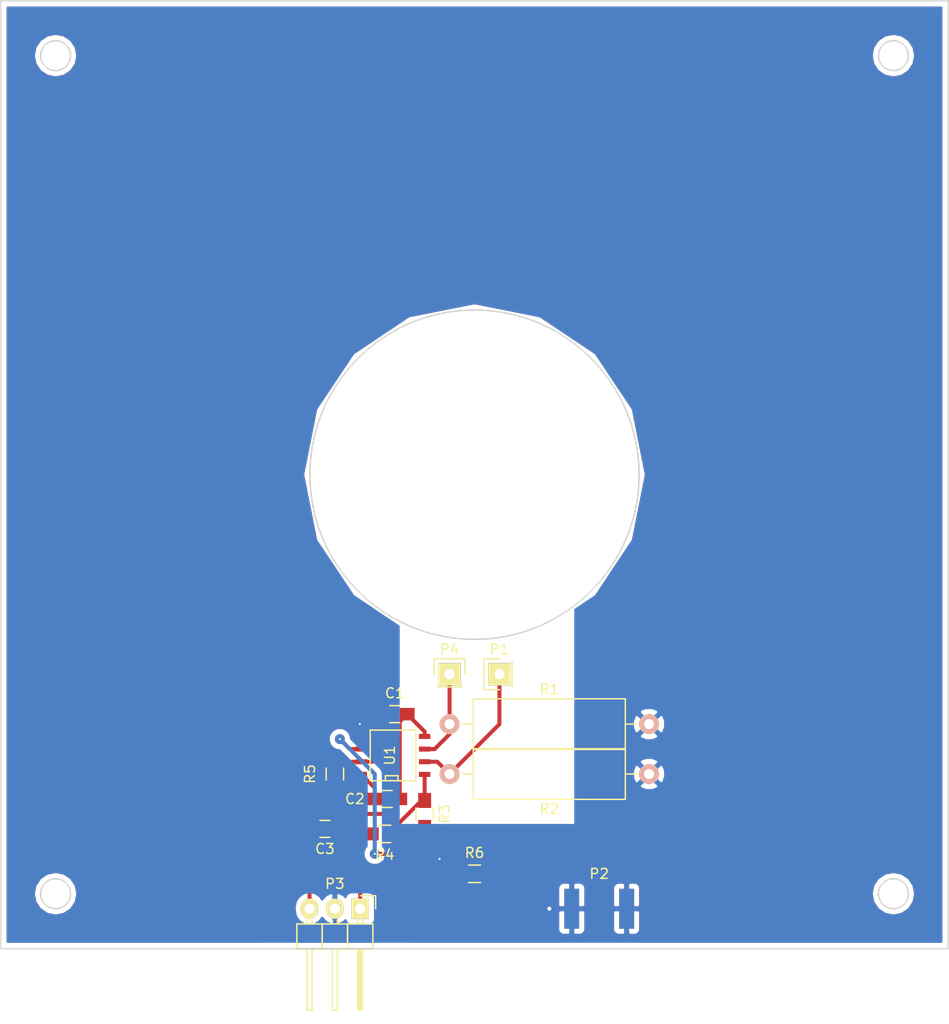
<source format=kicad_pcb>
(kicad_pcb (version 4) (host pcbnew 4.0.2-stable)

  (general
    (links 27)
    (no_connects 0)
    (area 52.424999 52.424999 147.575001 147.575001)
    (thickness 1.6)
    (drawings 13)
    (tracks 61)
    (zones 0)
    (modules 14)
    (nets 10)
  )

  (page A4)
  (layers
    (0 F.Cu signal)
    (31 B.Cu signal)
    (32 B.Adhes user)
    (33 F.Adhes user)
    (34 B.Paste user)
    (35 F.Paste user)
    (36 B.SilkS user)
    (37 F.SilkS user)
    (38 B.Mask user)
    (39 F.Mask user)
    (40 Dwgs.User user)
    (41 Cmts.User user)
    (42 Eco1.User user)
    (43 Eco2.User user)
    (44 Edge.Cuts user)
    (45 Margin user)
    (46 B.CrtYd user)
    (47 F.CrtYd user)
    (48 B.Fab user hide)
    (49 F.Fab user hide)
  )

  (setup
    (last_trace_width 0.25)
    (user_trace_width 0.25)
    (user_trace_width 0.4)
    (user_trace_width 0.5)
    (user_trace_width 0.75)
    (user_trace_width 1)
    (trace_clearance 0.4)
    (zone_clearance 0.508)
    (zone_45_only no)
    (trace_min 0.2)
    (segment_width 0.2)
    (edge_width 0.15)
    (via_size 1)
    (via_drill 0.2)
    (via_min_size 1)
    (via_min_drill 0.2)
    (uvia_size 0.3)
    (uvia_drill 0.1)
    (uvias_allowed no)
    (uvia_min_size 0.2)
    (uvia_min_drill 0.1)
    (pcb_text_width 0.3)
    (pcb_text_size 1.5 1.5)
    (mod_edge_width 0.15)
    (mod_text_size 1 1)
    (mod_text_width 0.15)
    (pad_size 1.524 1.524)
    (pad_drill 0.762)
    (pad_to_mask_clearance 0.2)
    (aux_axis_origin 0 0)
    (grid_origin 100 130)
    (visible_elements FFFFFF7F)
    (pcbplotparams
      (layerselection 0x00030_80000001)
      (usegerberextensions false)
      (excludeedgelayer true)
      (linewidth 0.100000)
      (plotframeref false)
      (viasonmask false)
      (mode 1)
      (useauxorigin false)
      (hpglpennumber 1)
      (hpglpenspeed 20)
      (hpglpendiameter 15)
      (hpglpenoverlay 2)
      (psnegative false)
      (psa4output false)
      (plotreference true)
      (plotvalue true)
      (plotinvisibletext false)
      (padsonsilk false)
      (subtractmaskfromsilk false)
      (outputformat 1)
      (mirror false)
      (drillshape 1)
      (scaleselection 1)
      (outputdirectory ""))
  )

  (net 0 "")
  (net 1 VDD)
  (net 2 VSS)
  (net 3 "Net-(C2-Pad1)")
  (net 4 "Net-(P1-Pad1)")
  (net 5 "Net-(P2-Pad1)")
  (net 6 GND)
  (net 7 "Net-(R3-Pad2)")
  (net 8 "Net-(P4-Pad1)")
  (net 9 "Net-(R4-Pad2)")

  (net_class Default "This is the default net class."
    (clearance 0.4)
    (trace_width 0.25)
    (via_dia 1)
    (via_drill 0.2)
    (uvia_dia 0.3)
    (uvia_drill 0.1)
    (add_net GND)
    (add_net "Net-(C2-Pad1)")
    (add_net "Net-(P1-Pad1)")
    (add_net "Net-(P2-Pad1)")
    (add_net "Net-(P4-Pad1)")
    (add_net "Net-(R3-Pad2)")
    (add_net "Net-(R4-Pad2)")
    (add_net VDD)
    (add_net VSS)
  )

  (module SCUBE:SMA-edge (layer F.Cu) (tedit 573F116B) (tstamp 573F14F6)
    (at 112.5 145.5 180)
    (path /573F0C4B)
    (fp_text reference P2 (at 0 5.5 180) (layer F.SilkS)
      (effects (font (size 1 1) (thickness 0.15)))
    )
    (fp_text value SMA (at 0 -10.5 180) (layer F.Fab)
      (effects (font (size 1 1) (thickness 0.15)))
    )
    (fp_line (start 2.75 -9.5) (end 2.75 -1.75) (layer F.CrtYd) (width 0.15))
    (fp_line (start -2.75 -9.5) (end 2.75 -9.5) (layer F.CrtYd) (width 0.15))
    (fp_line (start -2.75 -1.75) (end -2.75 -9.5) (layer F.CrtYd) (width 0.15))
    (fp_line (start -3 0) (end 3 0) (layer F.CrtYd) (width 0.15))
    (fp_line (start -3 -1.75) (end -3 0) (layer F.CrtYd) (width 0.15))
    (fp_line (start 3 -1.75) (end -3 -1.75) (layer F.CrtYd) (width 0.15))
    (fp_line (start 3 0) (end 3 -1.75) (layer F.CrtYd) (width 0.15))
    (fp_line (start 3 3.75) (end 3 0) (layer F.CrtYd) (width 0.15))
    (fp_line (start 2.5 3.75) (end 3 3.75) (layer F.CrtYd) (width 0.15))
    (fp_line (start 2.5 0) (end 2.5 3.75) (layer F.CrtYd) (width 0.15))
    (fp_line (start 0.25 0) (end 2.5 0) (layer F.CrtYd) (width 0.15))
    (fp_line (start 0.25 3.75) (end 0.25 0) (layer F.CrtYd) (width 0.15))
    (fp_line (start -0.25 3.75) (end 0.25 3.75) (layer F.CrtYd) (width 0.15))
    (fp_line (start -0.25 0) (end -0.25 3.75) (layer F.CrtYd) (width 0.15))
    (fp_line (start -2.5 0) (end -0.25 0) (layer F.CrtYd) (width 0.15))
    (fp_line (start -2.5 3.75) (end -2.5 0) (layer F.CrtYd) (width 0.15))
    (fp_line (start -3 3.75) (end -2.5 3.75) (layer F.CrtYd) (width 0.15))
    (fp_line (start -3 0) (end -3 3.75) (layer F.CrtYd) (width 0.15))
    (pad 1 smd rect (at 0 2 180) (size 1.4 4) (layers F.Cu F.Paste F.Mask)
      (net 5 "Net-(P2-Pad1)"))
    (pad 2 smd rect (at 2.75 2 180) (size 1.5 4) (layers F.Cu F.Paste F.Mask)
      (net 6 GND))
    (pad 2 smd rect (at -2.75 2 180) (size 1.5 4) (layers F.Cu F.Paste F.Mask)
      (net 6 GND))
    (pad 2 smd rect (at -2.75 2 180) (size 1.5 4) (layers B.Cu F.Paste F.Mask)
      (net 6 GND))
    (pad 2 smd rect (at 2.75 2 180) (size 1.5 4) (layers B.Cu F.Paste F.Mask)
      (net 6 GND))
  )

  (module Capacitors_SMD:C_0805_HandSoldering (layer F.Cu) (tedit 541A9B8D) (tstamp 573F14DB)
    (at 92 124)
    (descr "Capacitor SMD 0805, hand soldering")
    (tags "capacitor 0805")
    (path /573F072B)
    (attr smd)
    (fp_text reference C1 (at 0 -2.1) (layer F.SilkS)
      (effects (font (size 1 1) (thickness 0.15)))
    )
    (fp_text value 100n (at 0 2.1) (layer F.Fab)
      (effects (font (size 1 1) (thickness 0.15)))
    )
    (fp_line (start -2.3 -1) (end 2.3 -1) (layer F.CrtYd) (width 0.05))
    (fp_line (start -2.3 1) (end 2.3 1) (layer F.CrtYd) (width 0.05))
    (fp_line (start -2.3 -1) (end -2.3 1) (layer F.CrtYd) (width 0.05))
    (fp_line (start 2.3 -1) (end 2.3 1) (layer F.CrtYd) (width 0.05))
    (fp_line (start 0.5 -0.85) (end -0.5 -0.85) (layer F.SilkS) (width 0.15))
    (fp_line (start -0.5 0.85) (end 0.5 0.85) (layer F.SilkS) (width 0.15))
    (pad 1 smd rect (at -1.25 0) (size 1.5 1.25) (layers F.Cu F.Paste F.Mask)
      (net 1 VDD))
    (pad 2 smd rect (at 1.25 0) (size 1.5 1.25) (layers F.Cu F.Paste F.Mask)
      (net 2 VSS))
    (model Capacitors_SMD.3dshapes/C_0805_HandSoldering.wrl
      (at (xyz 0 0 0))
      (scale (xyz 1 1 1))
      (rotate (xyz 0 0 0))
    )
  )

  (module Capacitors_SMD:C_0805_HandSoldering (layer F.Cu) (tedit 541A9B8D) (tstamp 573F14E1)
    (at 91.25 132.5)
    (descr "Capacitor SMD 0805, hand soldering")
    (tags "capacitor 0805")
    (path /573F0589)
    (attr smd)
    (fp_text reference C2 (at -3.25 0) (layer F.SilkS)
      (effects (font (size 1 1) (thickness 0.15)))
    )
    (fp_text value 100n (at 0 2.1) (layer F.Fab)
      (effects (font (size 1 1) (thickness 0.15)))
    )
    (fp_line (start -2.3 -1) (end 2.3 -1) (layer F.CrtYd) (width 0.05))
    (fp_line (start -2.3 1) (end 2.3 1) (layer F.CrtYd) (width 0.05))
    (fp_line (start -2.3 -1) (end -2.3 1) (layer F.CrtYd) (width 0.05))
    (fp_line (start 2.3 -1) (end 2.3 1) (layer F.CrtYd) (width 0.05))
    (fp_line (start 0.5 -0.85) (end -0.5 -0.85) (layer F.SilkS) (width 0.15))
    (fp_line (start -0.5 0.85) (end 0.5 0.85) (layer F.SilkS) (width 0.15))
    (pad 1 smd rect (at -1.25 0) (size 1.5 1.25) (layers F.Cu F.Paste F.Mask)
      (net 3 "Net-(C2-Pad1)"))
    (pad 2 smd rect (at 1.25 0) (size 1.5 1.25) (layers F.Cu F.Paste F.Mask)
      (net 2 VSS))
    (model Capacitors_SMD.3dshapes/C_0805_HandSoldering.wrl
      (at (xyz 0 0 0))
      (scale (xyz 1 1 1))
      (rotate (xyz 0 0 0))
    )
  )

  (module Capacitors_SMD:C_0805_HandSoldering (layer F.Cu) (tedit 541A9B8D) (tstamp 573F14E7)
    (at 85 135.5)
    (descr "Capacitor SMD 0805, hand soldering")
    (tags "capacitor 0805")
    (path /573F14C7)
    (attr smd)
    (fp_text reference C3 (at 0 2) (layer F.SilkS)
      (effects (font (size 1 1) (thickness 0.15)))
    )
    (fp_text value 1u (at 0 2.1) (layer F.Fab)
      (effects (font (size 1 1) (thickness 0.15)))
    )
    (fp_line (start -2.3 -1) (end 2.3 -1) (layer F.CrtYd) (width 0.05))
    (fp_line (start -2.3 1) (end 2.3 1) (layer F.CrtYd) (width 0.05))
    (fp_line (start -2.3 -1) (end -2.3 1) (layer F.CrtYd) (width 0.05))
    (fp_line (start 2.3 -1) (end 2.3 1) (layer F.CrtYd) (width 0.05))
    (fp_line (start 0.5 -0.85) (end -0.5 -0.85) (layer F.SilkS) (width 0.15))
    (fp_line (start -0.5 0.85) (end 0.5 0.85) (layer F.SilkS) (width 0.15))
    (pad 1 smd rect (at -1.25 0) (size 1.5 1.25) (layers F.Cu F.Paste F.Mask)
      (net 1 VDD))
    (pad 2 smd rect (at 1.25 0) (size 1.5 1.25) (layers F.Cu F.Paste F.Mask)
      (net 2 VSS))
    (model Capacitors_SMD.3dshapes/C_0805_HandSoldering.wrl
      (at (xyz 0 0 0))
      (scale (xyz 1 1 1))
      (rotate (xyz 0 0 0))
    )
  )

  (module Pin_Headers:Pin_Header_Angled_1x03 (layer F.Cu) (tedit 0) (tstamp 573F14FD)
    (at 88.54 143.5 270)
    (descr "Through hole pin header")
    (tags "pin header")
    (path /573F0CDE)
    (fp_text reference P3 (at -2.5 2.54 360) (layer F.SilkS)
      (effects (font (size 1 1) (thickness 0.15)))
    )
    (fp_text value CONN_01X03 (at 0 -3.1 270) (layer F.Fab)
      (effects (font (size 1 1) (thickness 0.15)))
    )
    (fp_line (start -1.5 -1.75) (end -1.5 6.85) (layer F.CrtYd) (width 0.05))
    (fp_line (start 10.65 -1.75) (end 10.65 6.85) (layer F.CrtYd) (width 0.05))
    (fp_line (start -1.5 -1.75) (end 10.65 -1.75) (layer F.CrtYd) (width 0.05))
    (fp_line (start -1.5 6.85) (end 10.65 6.85) (layer F.CrtYd) (width 0.05))
    (fp_line (start -1.3 -1.55) (end -1.3 0) (layer F.SilkS) (width 0.15))
    (fp_line (start 0 -1.55) (end -1.3 -1.55) (layer F.SilkS) (width 0.15))
    (fp_line (start 4.191 -0.127) (end 10.033 -0.127) (layer F.SilkS) (width 0.15))
    (fp_line (start 10.033 -0.127) (end 10.033 0.127) (layer F.SilkS) (width 0.15))
    (fp_line (start 10.033 0.127) (end 4.191 0.127) (layer F.SilkS) (width 0.15))
    (fp_line (start 4.191 0.127) (end 4.191 0) (layer F.SilkS) (width 0.15))
    (fp_line (start 4.191 0) (end 10.033 0) (layer F.SilkS) (width 0.15))
    (fp_line (start 1.524 -0.254) (end 1.143 -0.254) (layer F.SilkS) (width 0.15))
    (fp_line (start 1.524 0.254) (end 1.143 0.254) (layer F.SilkS) (width 0.15))
    (fp_line (start 1.524 2.286) (end 1.143 2.286) (layer F.SilkS) (width 0.15))
    (fp_line (start 1.524 2.794) (end 1.143 2.794) (layer F.SilkS) (width 0.15))
    (fp_line (start 1.524 4.826) (end 1.143 4.826) (layer F.SilkS) (width 0.15))
    (fp_line (start 1.524 5.334) (end 1.143 5.334) (layer F.SilkS) (width 0.15))
    (fp_line (start 4.064 1.27) (end 4.064 -1.27) (layer F.SilkS) (width 0.15))
    (fp_line (start 10.16 0.254) (end 4.064 0.254) (layer F.SilkS) (width 0.15))
    (fp_line (start 10.16 -0.254) (end 10.16 0.254) (layer F.SilkS) (width 0.15))
    (fp_line (start 4.064 -0.254) (end 10.16 -0.254) (layer F.SilkS) (width 0.15))
    (fp_line (start 1.524 1.27) (end 4.064 1.27) (layer F.SilkS) (width 0.15))
    (fp_line (start 1.524 -1.27) (end 1.524 1.27) (layer F.SilkS) (width 0.15))
    (fp_line (start 1.524 -1.27) (end 4.064 -1.27) (layer F.SilkS) (width 0.15))
    (fp_line (start 1.524 3.81) (end 4.064 3.81) (layer F.SilkS) (width 0.15))
    (fp_line (start 1.524 3.81) (end 1.524 6.35) (layer F.SilkS) (width 0.15))
    (fp_line (start 4.064 4.826) (end 10.16 4.826) (layer F.SilkS) (width 0.15))
    (fp_line (start 10.16 4.826) (end 10.16 5.334) (layer F.SilkS) (width 0.15))
    (fp_line (start 10.16 5.334) (end 4.064 5.334) (layer F.SilkS) (width 0.15))
    (fp_line (start 4.064 6.35) (end 4.064 3.81) (layer F.SilkS) (width 0.15))
    (fp_line (start 4.064 3.81) (end 4.064 1.27) (layer F.SilkS) (width 0.15))
    (fp_line (start 10.16 2.794) (end 4.064 2.794) (layer F.SilkS) (width 0.15))
    (fp_line (start 10.16 2.286) (end 10.16 2.794) (layer F.SilkS) (width 0.15))
    (fp_line (start 4.064 2.286) (end 10.16 2.286) (layer F.SilkS) (width 0.15))
    (fp_line (start 1.524 3.81) (end 4.064 3.81) (layer F.SilkS) (width 0.15))
    (fp_line (start 1.524 1.27) (end 1.524 3.81) (layer F.SilkS) (width 0.15))
    (fp_line (start 1.524 1.27) (end 4.064 1.27) (layer F.SilkS) (width 0.15))
    (fp_line (start 1.524 6.35) (end 4.064 6.35) (layer F.SilkS) (width 0.15))
    (pad 1 thru_hole rect (at 0 0 270) (size 2.032 1.7272) (drill 1.016) (layers *.Cu *.Mask F.SilkS)
      (net 2 VSS))
    (pad 2 thru_hole oval (at 0 2.54 270) (size 2.032 1.7272) (drill 1.016) (layers *.Cu *.Mask F.SilkS)
      (net 6 GND))
    (pad 3 thru_hole oval (at 0 5.08 270) (size 2.032 1.7272) (drill 1.016) (layers *.Cu *.Mask F.SilkS)
      (net 1 VDD))
    (model Pin_Headers.3dshapes/Pin_Header_Angled_1x03.wrl
      (at (xyz 0 -0.1 0))
      (scale (xyz 1 1 1))
      (rotate (xyz 0 0 90))
    )
  )

  (module Resistors_ThroughHole:Resistor_Horizontal_RM20mm (layer F.Cu) (tedit 569FCECB) (tstamp 573F1503)
    (at 117.5 125 180)
    (descr "Resistor, Axial, RM 20mm,")
    (tags "Resistor Axial RM 20mm")
    (path /573F02E7)
    (fp_text reference R1 (at 10 3.5 180) (layer F.SilkS)
      (effects (font (size 1 1) (thickness 0.15)))
    )
    (fp_text value 1M (at 10 5.00126 180) (layer F.Fab)
      (effects (font (size 1 1) (thickness 0.15)))
    )
    (fp_line (start -1.25 2.8) (end -1.25 -2.8) (layer F.CrtYd) (width 0.05))
    (fp_line (start -1.25 -2.8) (end 21.25 -2.8) (layer F.CrtYd) (width 0.05))
    (fp_line (start 21.25 -2.8) (end 21.25 2.8) (layer F.CrtYd) (width 0.05))
    (fp_line (start 21.25 2.8) (end -1.25 2.8) (layer F.CrtYd) (width 0.05))
    (fp_line (start 2.38 -2.54) (end 2.38 2.54) (layer F.SilkS) (width 0.15))
    (fp_line (start 2.38 2.54) (end 17.62 2.54) (layer F.SilkS) (width 0.15))
    (fp_line (start 17.62 2.54) (end 17.62 0) (layer F.SilkS) (width 0.15))
    (fp_line (start 17.62 0) (end 17.62 -2.54) (layer F.SilkS) (width 0.15))
    (fp_line (start 17.62 -2.54) (end 2.38 -2.54) (layer F.SilkS) (width 0.15))
    (fp_line (start 18.73 0) (end 17.62 0) (layer F.SilkS) (width 0.15))
    (fp_line (start 1.27 0) (end 2.38 0) (layer F.SilkS) (width 0.15))
    (pad 1 thru_hole circle (at 0 0 180) (size 1.99898 1.99898) (drill 1.00076) (layers *.Cu *.SilkS *.Mask)
      (net 6 GND))
    (pad 2 thru_hole circle (at 20 0 180) (size 1.99898 1.99898) (drill 1.00076) (layers *.Cu *.SilkS *.Mask)
      (net 8 "Net-(P4-Pad1)"))
    (model Resistors_ThroughHole.3dshapes/Resistor_Horizontal_RM20mm.wrl
      (at (xyz 0.395 0 0))
      (scale (xyz 0.395 0.4 0.4))
      (rotate (xyz 0 0 0))
    )
  )

  (module Resistors_ThroughHole:Resistor_Horizontal_RM20mm (layer F.Cu) (tedit 569FCECB) (tstamp 573F1509)
    (at 117.5 130 180)
    (descr "Resistor, Axial, RM 20mm,")
    (tags "Resistor Axial RM 20mm")
    (path /573F0365)
    (fp_text reference R2 (at 10 -3.5 180) (layer F.SilkS)
      (effects (font (size 1 1) (thickness 0.15)))
    )
    (fp_text value 1M (at 10 5.00126 180) (layer F.Fab)
      (effects (font (size 1 1) (thickness 0.15)))
    )
    (fp_line (start -1.25 2.8) (end -1.25 -2.8) (layer F.CrtYd) (width 0.05))
    (fp_line (start -1.25 -2.8) (end 21.25 -2.8) (layer F.CrtYd) (width 0.05))
    (fp_line (start 21.25 -2.8) (end 21.25 2.8) (layer F.CrtYd) (width 0.05))
    (fp_line (start 21.25 2.8) (end -1.25 2.8) (layer F.CrtYd) (width 0.05))
    (fp_line (start 2.38 -2.54) (end 2.38 2.54) (layer F.SilkS) (width 0.15))
    (fp_line (start 2.38 2.54) (end 17.62 2.54) (layer F.SilkS) (width 0.15))
    (fp_line (start 17.62 2.54) (end 17.62 0) (layer F.SilkS) (width 0.15))
    (fp_line (start 17.62 0) (end 17.62 -2.54) (layer F.SilkS) (width 0.15))
    (fp_line (start 17.62 -2.54) (end 2.38 -2.54) (layer F.SilkS) (width 0.15))
    (fp_line (start 18.73 0) (end 17.62 0) (layer F.SilkS) (width 0.15))
    (fp_line (start 1.27 0) (end 2.38 0) (layer F.SilkS) (width 0.15))
    (pad 1 thru_hole circle (at 0 0 180) (size 1.99898 1.99898) (drill 1.00076) (layers *.Cu *.SilkS *.Mask)
      (net 6 GND))
    (pad 2 thru_hole circle (at 20 0 180) (size 1.99898 1.99898) (drill 1.00076) (layers *.Cu *.SilkS *.Mask)
      (net 4 "Net-(P1-Pad1)"))
    (model Resistors_ThroughHole.3dshapes/Resistor_Horizontal_RM20mm.wrl
      (at (xyz 0.395 0 0))
      (scale (xyz 0.395 0.4 0.4))
      (rotate (xyz 0 0 0))
    )
  )

  (module Resistors_SMD:R_0805_HandSoldering (layer F.Cu) (tedit 54189DEE) (tstamp 573F150F)
    (at 95 134 90)
    (descr "Resistor SMD 0805, hand soldering")
    (tags "resistor 0805")
    (path /573F0A05)
    (attr smd)
    (fp_text reference R3 (at 0 2 90) (layer F.SilkS)
      (effects (font (size 1 1) (thickness 0.15)))
    )
    (fp_text value 1k (at 0 2.1 90) (layer F.Fab)
      (effects (font (size 1 1) (thickness 0.15)))
    )
    (fp_line (start -2.4 -1) (end 2.4 -1) (layer F.CrtYd) (width 0.05))
    (fp_line (start -2.4 1) (end 2.4 1) (layer F.CrtYd) (width 0.05))
    (fp_line (start -2.4 -1) (end -2.4 1) (layer F.CrtYd) (width 0.05))
    (fp_line (start 2.4 -1) (end 2.4 1) (layer F.CrtYd) (width 0.05))
    (fp_line (start 0.6 0.875) (end -0.6 0.875) (layer F.SilkS) (width 0.15))
    (fp_line (start -0.6 -0.875) (end 0.6 -0.875) (layer F.SilkS) (width 0.15))
    (pad 1 smd rect (at -1.35 0 90) (size 1.5 1.3) (layers F.Cu F.Paste F.Mask)
      (net 6 GND))
    (pad 2 smd rect (at 1.35 0 90) (size 1.5 1.3) (layers F.Cu F.Paste F.Mask)
      (net 7 "Net-(R3-Pad2)"))
    (model Resistors_SMD.3dshapes/R_0805_HandSoldering.wrl
      (at (xyz 0 0 0))
      (scale (xyz 1 1 1))
      (rotate (xyz 0 0 0))
    )
  )

  (module Resistors_SMD:R_0805_HandSoldering (layer F.Cu) (tedit 54189DEE) (tstamp 573F1515)
    (at 91 136 180)
    (descr "Resistor SMD 0805, hand soldering")
    (tags "resistor 0805")
    (path /573F0A79)
    (attr smd)
    (fp_text reference R4 (at 0 -2.1 180) (layer F.SilkS)
      (effects (font (size 1 1) (thickness 0.15)))
    )
    (fp_text value 100k (at 0 2.1 180) (layer F.Fab)
      (effects (font (size 1 1) (thickness 0.15)))
    )
    (fp_line (start -2.4 -1) (end 2.4 -1) (layer F.CrtYd) (width 0.05))
    (fp_line (start -2.4 1) (end 2.4 1) (layer F.CrtYd) (width 0.05))
    (fp_line (start -2.4 -1) (end -2.4 1) (layer F.CrtYd) (width 0.05))
    (fp_line (start 2.4 -1) (end 2.4 1) (layer F.CrtYd) (width 0.05))
    (fp_line (start 0.6 0.875) (end -0.6 0.875) (layer F.SilkS) (width 0.15))
    (fp_line (start -0.6 -0.875) (end 0.6 -0.875) (layer F.SilkS) (width 0.15))
    (pad 1 smd rect (at -1.35 0 180) (size 1.5 1.3) (layers F.Cu F.Paste F.Mask)
      (net 7 "Net-(R3-Pad2)"))
    (pad 2 smd rect (at 1.35 0 180) (size 1.5 1.3) (layers F.Cu F.Paste F.Mask)
      (net 9 "Net-(R4-Pad2)"))
    (model Resistors_SMD.3dshapes/R_0805_HandSoldering.wrl
      (at (xyz 0 0 0))
      (scale (xyz 1 1 1))
      (rotate (xyz 0 0 0))
    )
  )

  (module Resistors_SMD:R_0805_HandSoldering (layer F.Cu) (tedit 54189DEE) (tstamp 573F151B)
    (at 86 130 270)
    (descr "Resistor SMD 0805, hand soldering")
    (tags "resistor 0805")
    (path /573F0522)
    (attr smd)
    (fp_text reference R5 (at 0 2.5 270) (layer F.SilkS)
      (effects (font (size 1 1) (thickness 0.15)))
    )
    (fp_text value 100k (at 0 2.1 270) (layer F.Fab)
      (effects (font (size 1 1) (thickness 0.15)))
    )
    (fp_line (start -2.4 -1) (end 2.4 -1) (layer F.CrtYd) (width 0.05))
    (fp_line (start -2.4 1) (end 2.4 1) (layer F.CrtYd) (width 0.05))
    (fp_line (start -2.4 -1) (end -2.4 1) (layer F.CrtYd) (width 0.05))
    (fp_line (start 2.4 -1) (end 2.4 1) (layer F.CrtYd) (width 0.05))
    (fp_line (start 0.6 0.875) (end -0.6 0.875) (layer F.SilkS) (width 0.15))
    (fp_line (start -0.6 -0.875) (end 0.6 -0.875) (layer F.SilkS) (width 0.15))
    (pad 1 smd rect (at -1.35 0 270) (size 1.5 1.3) (layers F.Cu F.Paste F.Mask)
      (net 1 VDD))
    (pad 2 smd rect (at 1.35 0 270) (size 1.5 1.3) (layers F.Cu F.Paste F.Mask)
      (net 3 "Net-(C2-Pad1)"))
    (model Resistors_SMD.3dshapes/R_0805_HandSoldering.wrl
      (at (xyz 0 0 0))
      (scale (xyz 1 1 1))
      (rotate (xyz 0 0 0))
    )
  )

  (module SMD_Packages:SOIC-8-N (layer F.Cu) (tedit 0) (tstamp 573F1527)
    (at 91.825 128.135 90)
    (descr "Module Narrow CMS SOJ 8 pins large")
    (tags "CMS SOJ")
    (path /573F01B3)
    (attr smd)
    (fp_text reference U1 (at 0 -0.325 90) (layer F.SilkS)
      (effects (font (size 1 1) (thickness 0.15)))
    )
    (fp_text value MCP6N11 (at 0 1.27 90) (layer F.Fab)
      (effects (font (size 1 1) (thickness 0.15)))
    )
    (fp_line (start -2.54 -2.286) (end 2.54 -2.286) (layer F.SilkS) (width 0.15))
    (fp_line (start 2.54 -2.286) (end 2.54 2.286) (layer F.SilkS) (width 0.15))
    (fp_line (start 2.54 2.286) (end -2.54 2.286) (layer F.SilkS) (width 0.15))
    (fp_line (start -2.54 2.286) (end -2.54 -2.286) (layer F.SilkS) (width 0.15))
    (fp_line (start -2.54 -0.762) (end -2.032 -0.762) (layer F.SilkS) (width 0.15))
    (fp_line (start -2.032 -0.762) (end -2.032 0.508) (layer F.SilkS) (width 0.15))
    (fp_line (start -2.032 0.508) (end -2.54 0.508) (layer F.SilkS) (width 0.15))
    (pad 8 smd rect (at -1.905 -3.175 90) (size 0.508 1.143) (layers F.Cu F.Paste F.Mask)
      (net 3 "Net-(C2-Pad1)"))
    (pad 7 smd rect (at -0.635 -3.175 90) (size 0.508 1.143) (layers F.Cu F.Paste F.Mask)
      (net 1 VDD))
    (pad 6 smd rect (at 0.635 -3.175 90) (size 0.508 1.143) (layers F.Cu F.Paste F.Mask)
      (net 9 "Net-(R4-Pad2)"))
    (pad 5 smd rect (at 1.905 -3.175 90) (size 0.508 1.143) (layers F.Cu F.Paste F.Mask)
      (net 6 GND))
    (pad 4 smd rect (at 1.905 3.175 90) (size 0.508 1.143) (layers F.Cu F.Paste F.Mask)
      (net 2 VSS))
    (pad 3 smd rect (at 0.635 3.175 90) (size 0.508 1.143) (layers F.Cu F.Paste F.Mask)
      (net 8 "Net-(P4-Pad1)"))
    (pad 2 smd rect (at -0.635 3.175 90) (size 0.508 1.143) (layers F.Cu F.Paste F.Mask)
      (net 4 "Net-(P1-Pad1)"))
    (pad 1 smd rect (at -1.905 3.175 90) (size 0.508 1.143) (layers F.Cu F.Paste F.Mask)
      (net 7 "Net-(R3-Pad2)"))
    (model SMD_Packages.3dshapes/SOIC-8-N.wrl
      (at (xyz 0 0 0))
      (scale (xyz 0.5 0.38 0.5))
      (rotate (xyz 0 0 0))
    )
  )

  (module Pin_Headers:Pin_Header_Straight_1x01 (layer F.Cu) (tedit 54EA08DC) (tstamp 573F1EEC)
    (at 102.5 120 90)
    (descr "Through hole pin header")
    (tags "pin header")
    (path /573F26A7)
    (fp_text reference P1 (at 2.5 0 180) (layer F.SilkS)
      (effects (font (size 1 1) (thickness 0.15)))
    )
    (fp_text value CONN_01X01 (at 0 -3.1 90) (layer F.Fab)
      (effects (font (size 1 1) (thickness 0.15)))
    )
    (fp_line (start 1.55 -1.55) (end 1.55 0) (layer F.SilkS) (width 0.15))
    (fp_line (start -1.75 -1.75) (end -1.75 1.75) (layer F.CrtYd) (width 0.05))
    (fp_line (start 1.75 -1.75) (end 1.75 1.75) (layer F.CrtYd) (width 0.05))
    (fp_line (start -1.75 -1.75) (end 1.75 -1.75) (layer F.CrtYd) (width 0.05))
    (fp_line (start -1.75 1.75) (end 1.75 1.75) (layer F.CrtYd) (width 0.05))
    (fp_line (start -1.55 0) (end -1.55 -1.55) (layer F.SilkS) (width 0.15))
    (fp_line (start -1.55 -1.55) (end 1.55 -1.55) (layer F.SilkS) (width 0.15))
    (fp_line (start -1.27 1.27) (end 1.27 1.27) (layer F.SilkS) (width 0.15))
    (pad 1 thru_hole rect (at 0 0 90) (size 2.2352 2.2352) (drill 1.016) (layers *.Cu *.Mask F.SilkS)
      (net 4 "Net-(P1-Pad1)"))
    (model Pin_Headers.3dshapes/Pin_Header_Straight_1x01.wrl
      (at (xyz 0 0 0))
      (scale (xyz 1 1 1))
      (rotate (xyz 0 0 90))
    )
  )

  (module Pin_Headers:Pin_Header_Straight_1x01 (layer F.Cu) (tedit 54EA08DC) (tstamp 573F1EF4)
    (at 97.5 120)
    (descr "Through hole pin header")
    (tags "pin header")
    (path /573F26E8)
    (fp_text reference P4 (at 0 -2.5) (layer F.SilkS)
      (effects (font (size 1 1) (thickness 0.15)))
    )
    (fp_text value CONN_01X01 (at 0 -3.1) (layer F.Fab)
      (effects (font (size 1 1) (thickness 0.15)))
    )
    (fp_line (start 1.55 -1.55) (end 1.55 0) (layer F.SilkS) (width 0.15))
    (fp_line (start -1.75 -1.75) (end -1.75 1.75) (layer F.CrtYd) (width 0.05))
    (fp_line (start 1.75 -1.75) (end 1.75 1.75) (layer F.CrtYd) (width 0.05))
    (fp_line (start -1.75 -1.75) (end 1.75 -1.75) (layer F.CrtYd) (width 0.05))
    (fp_line (start -1.75 1.75) (end 1.75 1.75) (layer F.CrtYd) (width 0.05))
    (fp_line (start -1.55 0) (end -1.55 -1.55) (layer F.SilkS) (width 0.15))
    (fp_line (start -1.55 -1.55) (end 1.55 -1.55) (layer F.SilkS) (width 0.15))
    (fp_line (start -1.27 1.27) (end 1.27 1.27) (layer F.SilkS) (width 0.15))
    (pad 1 thru_hole rect (at 0 0) (size 2.2352 2.2352) (drill 1.016) (layers *.Cu *.Mask F.SilkS)
      (net 8 "Net-(P4-Pad1)"))
    (model Pin_Headers.3dshapes/Pin_Header_Straight_1x01.wrl
      (at (xyz 0 0 0))
      (scale (xyz 1 1 1))
      (rotate (xyz 0 0 90))
    )
  )

  (module Resistors_SMD:R_0805_HandSoldering (layer F.Cu) (tedit 54189DEE) (tstamp 573F2A0A)
    (at 100 140)
    (descr "Resistor SMD 0805, hand soldering")
    (tags "resistor 0805")
    (path /573F2B11)
    (attr smd)
    (fp_text reference R6 (at 0 -2.1) (layer F.SilkS)
      (effects (font (size 1 1) (thickness 0.15)))
    )
    (fp_text value 1k (at 0 2.1) (layer F.Fab)
      (effects (font (size 1 1) (thickness 0.15)))
    )
    (fp_line (start -2.4 -1) (end 2.4 -1) (layer F.CrtYd) (width 0.05))
    (fp_line (start -2.4 1) (end 2.4 1) (layer F.CrtYd) (width 0.05))
    (fp_line (start -2.4 -1) (end -2.4 1) (layer F.CrtYd) (width 0.05))
    (fp_line (start 2.4 -1) (end 2.4 1) (layer F.CrtYd) (width 0.05))
    (fp_line (start 0.6 0.875) (end -0.6 0.875) (layer F.SilkS) (width 0.15))
    (fp_line (start -0.6 -0.875) (end 0.6 -0.875) (layer F.SilkS) (width 0.15))
    (pad 1 smd rect (at -1.35 0) (size 1.5 1.3) (layers F.Cu F.Paste F.Mask)
      (net 9 "Net-(R4-Pad2)"))
    (pad 2 smd rect (at 1.35 0) (size 1.5 1.3) (layers F.Cu F.Paste F.Mask)
      (net 5 "Net-(P2-Pad1)"))
    (model Resistors_SMD.3dshapes/R_0805_HandSoldering.wrl
      (at (xyz 0 0 0))
      (scale (xyz 1 1 1))
      (rotate (xyz 0 0 0))
    )
  )

  (gr_text GND (at 86 139.5 90) (layer F.Cu)
    (effects (font (size 1.5 1.5) (thickness 0.3)))
  )
  (gr_text +2.5V (at 80.5 143.5 90) (layer F.Cu)
    (effects (font (size 1.5 1.5) (thickness 0.3)))
  )
  (gr_text -2.5V (at 92 143.5 90) (layer F.Cu)
    (effects (font (size 1.5 1.5) (thickness 0.3)))
  )
  (gr_text "Field mill amplifier board\nv1 2016-05-20\nby Tomas Härdin" (at 100 58) (layer F.Cu)
    (effects (font (size 1.5 1.5) (thickness 0.3)))
  )
  (gr_circle (center 58 58) (end 59.5 58) (layer Edge.Cuts) (width 0.15))
  (gr_circle (center 58 142) (end 56.5 142) (layer Edge.Cuts) (width 0.15))
  (gr_circle (center 142 142) (end 143.5 142) (layer Edge.Cuts) (width 0.15))
  (gr_circle (center 142 58) (end 143.5 58) (layer Edge.Cuts) (width 0.15))
  (gr_circle (center 100 100) (end 116.5 100) (layer Edge.Cuts) (width 0.15))
  (gr_line (start 52.5 147.5) (end 52.5 52.5) (layer Edge.Cuts) (width 0.15))
  (gr_line (start 147.5 147.5) (end 52.5 147.5) (layer Edge.Cuts) (width 0.15))
  (gr_line (start 147.5 52.5) (end 147.5 147.5) (layer Edge.Cuts) (width 0.15))
  (gr_line (start 52.5 52.5) (end 147.5 52.5) (layer Edge.Cuts) (width 0.15))

  (segment (start 88.65 128.77) (end 86.12 128.77) (width 0.4) (layer F.Cu) (net 1))
  (segment (start 90.75 127.75) (end 89.73 128.77) (width 0.4) (layer F.Cu) (net 1))
  (segment (start 89.73 128.77) (end 88.65 128.77) (width 0.4) (layer F.Cu) (net 1))
  (segment (start 90.75 124) (end 90.75 127.75) (width 0.4) (layer F.Cu) (net 1))
  (segment (start 83.75 135.5) (end 83.75 129.85) (width 0.4) (layer F.Cu) (net 1))
  (segment (start 83.75 129.85) (end 84.95 128.65) (width 0.4) (layer F.Cu) (net 1))
  (segment (start 84.95 128.65) (end 86 128.65) (width 0.4) (layer F.Cu) (net 1))
  (segment (start 83.46 143.5) (end 83.46 135.79) (width 0.4) (layer F.Cu) (net 1))
  (segment (start 83.46 135.79) (end 83.75 135.5) (width 0.4) (layer F.Cu) (net 1))
  (segment (start 86.12 128.77) (end 86 128.65) (width 0.4) (layer F.Cu) (net 1))
  (segment (start 92.5 132.5) (end 92.375 132.5) (width 0.4) (layer F.Cu) (net 2))
  (segment (start 92.375 132.5) (end 90.875 134) (width 0.4) (layer F.Cu) (net 2))
  (segment (start 90.875 134) (end 88.9 134) (width 0.4) (layer F.Cu) (net 2))
  (segment (start 88.9 134) (end 87.4 135.5) (width 0.4) (layer F.Cu) (net 2))
  (segment (start 87.4 135.5) (end 86.25 135.5) (width 0.4) (layer F.Cu) (net 2))
  (segment (start 88.54 143.5) (end 88.54 137.665) (width 0.4) (layer F.Cu) (net 2))
  (segment (start 88.54 137.665) (end 86.375 135.5) (width 0.4) (layer F.Cu) (net 2))
  (segment (start 86.375 135.5) (end 86.25 135.5) (width 0.4) (layer F.Cu) (net 2))
  (segment (start 95 126.23) (end 95 125.75) (width 0.4) (layer F.Cu) (net 2))
  (segment (start 95 125.75) (end 93.25 124) (width 0.4) (layer F.Cu) (net 2))
  (segment (start 92.5 132.5) (end 92.5 124.75) (width 0.4) (layer F.Cu) (net 2))
  (segment (start 92.5 124.75) (end 93.25 124) (width 0.4) (layer F.Cu) (net 2))
  (segment (start 90 132.5) (end 90 131.39) (width 0.4) (layer F.Cu) (net 3))
  (segment (start 90 131.39) (end 88.65 130.04) (width 0.4) (layer F.Cu) (net 3))
  (segment (start 88.65 130.04) (end 87.31 130.04) (width 0.4) (layer F.Cu) (net 3))
  (segment (start 87.31 130.04) (end 86 131.35) (width 0.4) (layer F.Cu) (net 3))
  (segment (start 97.5 130) (end 102.5 125) (width 0.4) (layer F.Cu) (net 4))
  (segment (start 102.5 125) (end 102.5 120) (width 0.4) (layer F.Cu) (net 4))
  (segment (start 95 128.77) (end 96.27 128.77) (width 0.4) (layer F.Cu) (net 4))
  (segment (start 96.27 128.77) (end 97.5 130) (width 0.4) (layer F.Cu) (net 4))
  (segment (start 101.35 140) (end 110.3 140) (width 0.4) (layer F.Cu) (net 5))
  (segment (start 110.3 140) (end 112.5 142.2) (width 0.4) (layer F.Cu) (net 5))
  (segment (start 112.5 142.2) (end 112.5 143.5) (width 0.4) (layer F.Cu) (net 5))
  (segment (start 109.75 143.5) (end 107.5 143.5) (width 0.4) (layer F.Cu) (net 6))
  (via (at 107.5 143.5) (size 1) (drill 0.4) (layers F.Cu B.Cu) (net 6))
  (segment (start 88.65 126.23) (end 88.65 125.15) (width 0.4) (layer F.Cu) (net 6))
  (segment (start 88.65 125.15) (end 88.5 125) (width 0.4) (layer F.Cu) (net 6))
  (via (at 88.5 125) (size 1) (drill 0.2) (layers F.Cu B.Cu) (net 6))
  (segment (start 95 135.35) (end 95 137) (width 0.4) (layer F.Cu) (net 6))
  (segment (start 95 137) (end 96.5 138.5) (width 0.4) (layer F.Cu) (net 6))
  (via (at 96.5 138.5) (size 1) (drill 0.2) (layers F.Cu B.Cu) (net 6))
  (segment (start 92.35 135) (end 92.35 136) (width 0.4) (layer F.Cu) (net 7))
  (segment (start 95 132.65) (end 94.7 132.65) (width 0.4) (layer F.Cu) (net 7))
  (segment (start 94.7 132.65) (end 92.35 135) (width 0.4) (layer F.Cu) (net 7))
  (segment (start 95 130.04) (end 95 132.65) (width 0.4) (layer F.Cu) (net 7))
  (segment (start 97.5 125) (end 97.5 120) (width 0.4) (layer F.Cu) (net 8))
  (segment (start 97.5 126) (end 97.5 125) (width 0.4) (layer F.Cu) (net 8))
  (segment (start 96 127.5) (end 97.5 126) (width 0.4) (layer F.Cu) (net 8))
  (segment (start 95 127.5) (end 96 127.5) (width 0.4) (layer F.Cu) (net 8))
  (segment (start 98.65 140) (end 96 140) (width 0.4) (layer F.Cu) (net 9))
  (segment (start 90 138) (end 94 138) (width 0.4) (layer F.Cu) (net 9))
  (segment (start 94 138) (end 96 140) (width 0.4) (layer F.Cu) (net 9))
  (segment (start 90 138) (end 90 136.35) (width 0.4) (layer F.Cu) (net 9))
  (segment (start 90 136.35) (end 89.65 136) (width 0.4) (layer F.Cu) (net 9))
  (segment (start 86.5 126.5) (end 90 130) (width 0.4) (layer B.Cu) (net 9))
  (segment (start 90 130) (end 90 138) (width 0.4) (layer B.Cu) (net 9))
  (via (at 90 138) (size 1) (drill 0.2) (layers F.Cu B.Cu) (net 9))
  (segment (start 88.65 127.5) (end 87.5 127.5) (width 0.4) (layer F.Cu) (net 9))
  (segment (start 87.5 127.5) (end 86.5 126.5) (width 0.4) (layer F.Cu) (net 9))
  (via (at 86.5 126.5) (size 1) (drill 0.2) (layers F.Cu B.Cu) (net 9))
  (segment (start 89.75 136) (end 89.65 136) (width 0.4) (layer F.Cu) (net 9))

  (zone (net 6) (net_name GND) (layer B.Cu) (tstamp 0) (hatch edge 0.508)
    (connect_pads (clearance 0.508))
    (min_thickness 0.254)
    (fill yes (arc_segments 16) (thermal_gap 0.508) (thermal_bridge_width 0.508))
    (polygon
      (pts
        (xy 52.5 52.5) (xy 147.5 52.5) (xy 147.5 147.5) (xy 52.5 147.5)
      )
    )
    (filled_polygon
      (pts
        (xy 146.79 146.79) (xy 53.21 146.79) (xy 53.21 142) (xy 55.79 142) (xy 55.958226 142.84573)
        (xy 56.437294 143.562706) (xy 57.15427 144.041774) (xy 58 144.21) (xy 58.84573 144.041774) (xy 59.562706 143.562706)
        (xy 59.728047 143.315255) (xy 81.9614 143.315255) (xy 81.9614 143.684745) (xy 82.075474 144.258234) (xy 82.40033 144.744415)
        (xy 82.886511 145.069271) (xy 83.46 145.183345) (xy 84.033489 145.069271) (xy 84.51967 144.744415) (xy 84.726461 144.434931)
        (xy 85.097964 144.850732) (xy 85.625209 145.104709) (xy 85.640974 145.107358) (xy 85.873 144.986217) (xy 85.873 143.627)
        (xy 85.853 143.627) (xy 85.853 143.373) (xy 85.873 143.373) (xy 85.873 142.013783) (xy 86.127 142.013783)
        (xy 86.127 143.373) (xy 86.147 143.373) (xy 86.147 143.627) (xy 86.127 143.627) (xy 86.127 144.986217)
        (xy 86.359026 145.107358) (xy 86.374791 145.104709) (xy 86.902036 144.850732) (xy 87.058907 144.675155) (xy 87.073238 144.751317)
        (xy 87.21231 144.967441) (xy 87.42451 145.112431) (xy 87.6764 145.16344) (xy 89.4036 145.16344) (xy 89.638917 145.119162)
        (xy 89.855041 144.98009) (xy 90.000031 144.76789) (xy 90.05104 144.516) (xy 90.05104 143.78575) (xy 108.365 143.78575)
        (xy 108.365 145.62631) (xy 108.461673 145.859699) (xy 108.640302 146.038327) (xy 108.873691 146.135) (xy 109.46425 146.135)
        (xy 109.623 145.97625) (xy 109.623 143.627) (xy 109.877 143.627) (xy 109.877 145.97625) (xy 110.03575 146.135)
        (xy 110.626309 146.135) (xy 110.859698 146.038327) (xy 111.038327 145.859699) (xy 111.135 145.62631) (xy 111.135 143.78575)
        (xy 113.865 143.78575) (xy 113.865 145.62631) (xy 113.961673 145.859699) (xy 114.140302 146.038327) (xy 114.373691 146.135)
        (xy 114.96425 146.135) (xy 115.123 145.97625) (xy 115.123 143.627) (xy 115.377 143.627) (xy 115.377 145.97625)
        (xy 115.53575 146.135) (xy 116.126309 146.135) (xy 116.359698 146.038327) (xy 116.538327 145.859699) (xy 116.635 145.62631)
        (xy 116.635 143.78575) (xy 116.47625 143.627) (xy 115.377 143.627) (xy 115.123 143.627) (xy 114.02375 143.627)
        (xy 113.865 143.78575) (xy 111.135 143.78575) (xy 110.97625 143.627) (xy 109.877 143.627) (xy 109.623 143.627)
        (xy 108.52375 143.627) (xy 108.365 143.78575) (xy 90.05104 143.78575) (xy 90.05104 142.484) (xy 90.006762 142.248683)
        (xy 89.86769 142.032559) (xy 89.65549 141.887569) (xy 89.4036 141.83656) (xy 87.6764 141.83656) (xy 87.441083 141.880838)
        (xy 87.224959 142.01991) (xy 87.079969 142.23211) (xy 87.060768 142.326927) (xy 86.902036 142.149268) (xy 86.374791 141.895291)
        (xy 86.359026 141.892642) (xy 86.127 142.013783) (xy 85.873 142.013783) (xy 85.640974 141.892642) (xy 85.625209 141.895291)
        (xy 85.097964 142.149268) (xy 84.726461 142.565069) (xy 84.51967 142.255585) (xy 84.033489 141.930729) (xy 83.46 141.816655)
        (xy 82.886511 141.930729) (xy 82.40033 142.255585) (xy 82.075474 142.741766) (xy 81.9614 143.315255) (xy 59.728047 143.315255)
        (xy 60.041774 142.84573) (xy 60.21 142) (xy 60.08542 141.37369) (xy 108.365 141.37369) (xy 108.365 143.21425)
        (xy 108.52375 143.373) (xy 109.623 143.373) (xy 109.623 141.02375) (xy 109.877 141.02375) (xy 109.877 143.373)
        (xy 110.97625 143.373) (xy 111.135 143.21425) (xy 111.135 141.37369) (xy 113.865 141.37369) (xy 113.865 143.21425)
        (xy 114.02375 143.373) (xy 115.123 143.373) (xy 115.123 141.02375) (xy 115.377 141.02375) (xy 115.377 143.373)
        (xy 116.47625 143.373) (xy 116.635 143.21425) (xy 116.635 142) (xy 139.79 142) (xy 139.958226 142.84573)
        (xy 140.437294 143.562706) (xy 141.15427 144.041774) (xy 142 144.21) (xy 142.84573 144.041774) (xy 143.562706 143.562706)
        (xy 144.041774 142.84573) (xy 144.21 142) (xy 144.041774 141.15427) (xy 143.562706 140.437294) (xy 142.84573 139.958226)
        (xy 142 139.79) (xy 141.15427 139.958226) (xy 140.437294 140.437294) (xy 139.958226 141.15427) (xy 139.79 142)
        (xy 116.635 142) (xy 116.635 141.37369) (xy 116.538327 141.140301) (xy 116.359698 140.961673) (xy 116.126309 140.865)
        (xy 115.53575 140.865) (xy 115.377 141.02375) (xy 115.123 141.02375) (xy 114.96425 140.865) (xy 114.373691 140.865)
        (xy 114.140302 140.961673) (xy 113.961673 141.140301) (xy 113.865 141.37369) (xy 111.135 141.37369) (xy 111.038327 141.140301)
        (xy 110.859698 140.961673) (xy 110.626309 140.865) (xy 110.03575 140.865) (xy 109.877 141.02375) (xy 109.623 141.02375)
        (xy 109.46425 140.865) (xy 108.873691 140.865) (xy 108.640302 140.961673) (xy 108.461673 141.140301) (xy 108.365 141.37369)
        (xy 60.08542 141.37369) (xy 60.041774 141.15427) (xy 59.562706 140.437294) (xy 58.84573 139.958226) (xy 58 139.79)
        (xy 57.15427 139.958226) (xy 56.437294 140.437294) (xy 55.958226 141.15427) (xy 55.79 142) (xy 53.21 142)
        (xy 53.21 126.724775) (xy 85.364803 126.724775) (xy 85.537233 127.142086) (xy 85.856235 127.461645) (xy 86.273244 127.634803)
        (xy 86.454093 127.634961) (xy 89.165 130.345868) (xy 89.165 137.229811) (xy 89.038355 137.356235) (xy 88.865197 137.773244)
        (xy 88.864803 138.224775) (xy 89.037233 138.642086) (xy 89.356235 138.961645) (xy 89.773244 139.134803) (xy 90.224775 139.135197)
        (xy 90.642086 138.962767) (xy 90.961645 138.643765) (xy 91.134803 138.226756) (xy 91.135197 137.775225) (xy 90.962767 137.357914)
        (xy 90.835 137.229924) (xy 90.835 130) (xy 90.771439 129.680459) (xy 90.590434 129.409566) (xy 87.635041 126.454173)
        (xy 87.635197 126.275225) (xy 87.462767 125.857914) (xy 87.143765 125.538355) (xy 86.726756 125.365197) (xy 86.275225 125.364803)
        (xy 85.857914 125.537233) (xy 85.538355 125.856235) (xy 85.365197 126.273244) (xy 85.364803 126.724775) (xy 53.21 126.724775)
        (xy 53.21 100) (xy 82.79 100) (xy 84.100033 106.585982) (xy 87.830692 112.169308) (xy 92.373 115.204381)
        (xy 92.373 135) (xy 92.381685 135.046159) (xy 92.408965 135.088553) (xy 92.45059 135.116994) (xy 92.5 135.127)
        (xy 110 135.127) (xy 110.046159 135.118315) (xy 110.088553 135.091035) (xy 110.116994 135.04941) (xy 110.127 135)
        (xy 110.127 131.152163) (xy 116.527443 131.152163) (xy 116.626042 131.418965) (xy 117.235582 131.645401) (xy 117.885377 131.621341)
        (xy 118.373958 131.418965) (xy 118.472557 131.152163) (xy 117.5 130.179605) (xy 116.527443 131.152163) (xy 110.127 131.152163)
        (xy 110.127 129.735582) (xy 115.854599 129.735582) (xy 115.878659 130.385377) (xy 116.081035 130.873958) (xy 116.347837 130.972557)
        (xy 117.320395 130) (xy 117.679605 130) (xy 118.652163 130.972557) (xy 118.918965 130.873958) (xy 119.145401 130.264418)
        (xy 119.121341 129.614623) (xy 118.918965 129.126042) (xy 118.652163 129.027443) (xy 117.679605 130) (xy 117.320395 130)
        (xy 116.347837 129.027443) (xy 116.081035 129.126042) (xy 115.854599 129.735582) (xy 110.127 129.735582) (xy 110.127 128.847837)
        (xy 116.527443 128.847837) (xy 117.5 129.820395) (xy 118.472557 128.847837) (xy 118.373958 128.581035) (xy 117.764418 128.354599)
        (xy 117.114623 128.378659) (xy 116.626042 128.581035) (xy 116.527443 128.847837) (xy 110.127 128.847837) (xy 110.127 126.152163)
        (xy 116.527443 126.152163) (xy 116.626042 126.418965) (xy 117.235582 126.645401) (xy 117.885377 126.621341) (xy 118.373958 126.418965)
        (xy 118.472557 126.152163) (xy 117.5 125.179605) (xy 116.527443 126.152163) (xy 110.127 126.152163) (xy 110.127 124.735582)
        (xy 115.854599 124.735582) (xy 115.878659 125.385377) (xy 116.081035 125.873958) (xy 116.347837 125.972557) (xy 117.320395 125)
        (xy 117.679605 125) (xy 118.652163 125.972557) (xy 118.918965 125.873958) (xy 119.145401 125.264418) (xy 119.121341 124.614623)
        (xy 118.918965 124.126042) (xy 118.652163 124.027443) (xy 117.679605 125) (xy 117.320395 125) (xy 116.347837 124.027443)
        (xy 116.081035 124.126042) (xy 115.854599 124.735582) (xy 110.127 124.735582) (xy 110.127 123.847837) (xy 116.527443 123.847837)
        (xy 117.5 124.820395) (xy 118.472557 123.847837) (xy 118.373958 123.581035) (xy 117.764418 123.354599) (xy 117.114623 123.378659)
        (xy 116.626042 123.581035) (xy 116.527443 123.847837) (xy 110.127 123.847837) (xy 110.127 113.533935) (xy 112.169308 112.169308)
        (xy 115.899967 106.585982) (xy 117.21 100) (xy 115.899967 93.414018) (xy 112.169308 87.830692) (xy 106.585982 84.100033)
        (xy 100 82.79) (xy 93.414018 84.100033) (xy 87.830692 87.830692) (xy 84.100033 93.414018) (xy 82.79 100)
        (xy 53.21 100) (xy 53.21 58) (xy 55.79 58) (xy 55.958226 58.84573) (xy 56.437294 59.562706)
        (xy 57.15427 60.041774) (xy 58 60.21) (xy 58.84573 60.041774) (xy 59.562706 59.562706) (xy 60.041774 58.84573)
        (xy 60.21 58) (xy 139.79 58) (xy 139.958226 58.84573) (xy 140.437294 59.562706) (xy 141.15427 60.041774)
        (xy 142 60.21) (xy 142.84573 60.041774) (xy 143.562706 59.562706) (xy 144.041774 58.84573) (xy 144.21 58)
        (xy 144.041774 57.15427) (xy 143.562706 56.437294) (xy 142.84573 55.958226) (xy 142 55.79) (xy 141.15427 55.958226)
        (xy 140.437294 56.437294) (xy 139.958226 57.15427) (xy 139.79 58) (xy 60.21 58) (xy 60.041774 57.15427)
        (xy 59.562706 56.437294) (xy 58.84573 55.958226) (xy 58 55.79) (xy 57.15427 55.958226) (xy 56.437294 56.437294)
        (xy 55.958226 57.15427) (xy 55.79 58) (xy 53.21 58) (xy 53.21 53.21) (xy 146.79 53.21)
      )
    )
  )
  (zone (net 6) (net_name GND) (layer F.Cu) (tstamp 0) (hatch edge 0.508)
    (connect_pads (clearance 0.508))
    (min_thickness 0.254)
    (fill yes (arc_segments 16) (thermal_gap 0.508) (thermal_bridge_width 0.508))
    (polygon
      (pts
        (xy 52.5 52.5) (xy 147.5 52.5) (xy 147.5 147.5) (xy 52.5 147.5)
      )
    )
    (filled_polygon
      (pts
        (xy 146.79 146.79) (xy 116.627 146.79) (xy 116.627 145.645624) (xy 116.635 145.62631) (xy 116.635 143.78575)
        (xy 116.47625 143.627) (xy 115.377 143.627) (xy 115.377 143.647) (xy 115.123 143.647) (xy 115.123 143.627)
        (xy 114.02375 143.627) (xy 113.865 143.78575) (xy 113.865 145.373) (xy 113.84744 145.373) (xy 113.84744 141.5)
        (xy 113.823674 141.37369) (xy 113.865 141.37369) (xy 113.865 143.21425) (xy 114.02375 143.373) (xy 115.123 143.373)
        (xy 115.123 141.02375) (xy 115.377 141.02375) (xy 115.377 143.373) (xy 116.47625 143.373) (xy 116.635 143.21425)
        (xy 116.635 142) (xy 139.79 142) (xy 139.958226 142.84573) (xy 140.437294 143.562706) (xy 141.15427 144.041774)
        (xy 142 144.21) (xy 142.84573 144.041774) (xy 143.562706 143.562706) (xy 144.041774 142.84573) (xy 144.21 142)
        (xy 144.041774 141.15427) (xy 143.562706 140.437294) (xy 142.84573 139.958226) (xy 142 139.79) (xy 141.15427 139.958226)
        (xy 140.437294 140.437294) (xy 139.958226 141.15427) (xy 139.79 142) (xy 116.635 142) (xy 116.635 141.37369)
        (xy 116.538327 141.140301) (xy 116.359698 140.961673) (xy 116.126309 140.865) (xy 115.53575 140.865) (xy 115.377 141.02375)
        (xy 115.123 141.02375) (xy 114.96425 140.865) (xy 114.373691 140.865) (xy 114.140302 140.961673) (xy 113.961673 141.140301)
        (xy 113.865 141.37369) (xy 113.823674 141.37369) (xy 113.803162 141.264683) (xy 113.66409 141.048559) (xy 113.45189 140.903569)
        (xy 113.2 140.85256) (xy 112.333428 140.85256) (xy 110.890434 139.409566) (xy 110.801287 139.35) (xy 110.619541 139.228561)
        (xy 110.3 139.165) (xy 102.71263 139.165) (xy 102.703162 139.114683) (xy 102.56409 138.898559) (xy 102.35189 138.753569)
        (xy 102.1 138.70256) (xy 100.6 138.70256) (xy 100.364683 138.746838) (xy 100.148559 138.88591) (xy 100.003569 139.09811)
        (xy 100.000919 139.111197) (xy 99.86409 138.898559) (xy 99.65189 138.753569) (xy 99.4 138.70256) (xy 97.9 138.70256)
        (xy 97.664683 138.746838) (xy 97.448559 138.88591) (xy 97.303569 139.09811) (xy 97.290023 139.165) (xy 96.345868 139.165)
        (xy 94.807868 137.627) (xy 125 137.627) (xy 125.046159 137.618315) (xy 125.088553 137.591035) (xy 125.116994 137.54941)
        (xy 125.127 137.5) (xy 125.127 110) (xy 125.118315 109.953841) (xy 125.091035 109.911447) (xy 125.04941 109.883006)
        (xy 125 109.873) (xy 113.703652 109.873) (xy 115.899967 106.585982) (xy 117.21 100) (xy 115.899967 93.414018)
        (xy 112.169308 87.830692) (xy 106.585982 84.100033) (xy 100 82.79) (xy 93.414018 84.100033) (xy 87.830692 87.830692)
        (xy 84.100033 93.414018) (xy 82.79 100) (xy 84.100033 106.585982) (xy 87.830692 112.169308) (xy 89.873 113.533935)
        (xy 89.873 122.751457) (xy 89.764683 122.771838) (xy 89.548559 122.91091) (xy 89.403569 123.12311) (xy 89.35256 123.375)
        (xy 89.35256 124.625) (xy 89.396838 124.860317) (xy 89.53591 125.076441) (xy 89.74811 125.221431) (xy 89.873 125.246722)
        (xy 89.873 127.446132) (xy 89.86894 127.450192) (xy 89.86894 127.246) (xy 89.824662 127.010683) (xy 89.733896 126.869629)
        (xy 89.759827 126.843698) (xy 89.8565 126.610309) (xy 89.8565 126.51575) (xy 89.69775 126.357) (xy 88.777 126.357)
        (xy 88.777 126.377) (xy 88.523 126.377) (xy 88.523 126.357) (xy 88.503 126.357) (xy 88.503 126.103)
        (xy 88.523 126.103) (xy 88.523 125.49975) (xy 88.777 125.49975) (xy 88.777 126.103) (xy 89.69775 126.103)
        (xy 89.8565 125.94425) (xy 89.8565 125.849691) (xy 89.759827 125.616302) (xy 89.581199 125.437673) (xy 89.34781 125.341)
        (xy 88.93575 125.341) (xy 88.777 125.49975) (xy 88.523 125.49975) (xy 88.36425 125.341) (xy 87.95219 125.341)
        (xy 87.718801 125.437673) (xy 87.540173 125.616302) (xy 87.446743 125.841862) (xy 87.143765 125.538355) (xy 86.726756 125.365197)
        (xy 86.275225 125.364803) (xy 85.857914 125.537233) (xy 85.538355 125.856235) (xy 85.365197 126.273244) (xy 85.364803 126.724775)
        (xy 85.537233 127.142086) (xy 85.647514 127.25256) (xy 85.35 127.25256) (xy 85.114683 127.296838) (xy 84.898559 127.43591)
        (xy 84.753569 127.64811) (xy 84.71011 127.862717) (xy 84.630459 127.878561) (xy 84.439898 128.00589) (xy 84.359566 128.059566)
        (xy 83.159566 129.259566) (xy 82.978561 129.530459) (xy 82.915 129.85) (xy 82.915 134.243554) (xy 82.764683 134.271838)
        (xy 82.548559 134.41091) (xy 82.403569 134.62311) (xy 82.35256 134.875) (xy 82.35256 136.125) (xy 82.396838 136.360317)
        (xy 82.53591 136.576441) (xy 82.625 136.637314) (xy 82.625 142.105465) (xy 82.40033 142.255585) (xy 82.335 142.353358)
        (xy 82.335 139.357857) (xy 78.365 139.357857) (xy 78.365 146.79) (xy 53.21 146.79) (xy 53.21 142)
        (xy 55.79 142) (xy 55.958226 142.84573) (xy 56.437294 143.562706) (xy 57.15427 144.041774) (xy 58 144.21)
        (xy 58.84573 144.041774) (xy 59.562706 143.562706) (xy 60.041774 142.84573) (xy 60.21 142) (xy 60.041774 141.15427)
        (xy 59.562706 140.437294) (xy 58.84573 139.958226) (xy 58 139.79) (xy 57.15427 139.958226) (xy 56.437294 140.437294)
        (xy 55.958226 141.15427) (xy 55.79 142) (xy 53.21 142) (xy 53.21 58) (xy 55.79 58)
        (xy 55.958226 58.84573) (xy 56.437294 59.562706) (xy 57.15427 60.041774) (xy 58 60.21) (xy 58.84573 60.041774)
        (xy 59.562706 59.562706) (xy 60.041774 58.84573) (xy 60.21 58) (xy 60.041774 57.15427) (xy 59.562706 56.437294)
        (xy 58.84573 55.958226) (xy 58 55.79) (xy 57.15427 55.958226) (xy 56.437294 56.437294) (xy 55.958226 57.15427)
        (xy 55.79 58) (xy 53.21 58) (xy 53.21 53.465) (xy 84.465001 53.465) (xy 84.465001 62.235)
        (xy 115.535 62.235) (xy 115.535 58) (xy 139.79 58) (xy 139.958226 58.84573) (xy 140.437294 59.562706)
        (xy 141.15427 60.041774) (xy 142 60.21) (xy 142.84573 60.041774) (xy 143.562706 59.562706) (xy 144.041774 58.84573)
        (xy 144.21 58) (xy 144.041774 57.15427) (xy 143.562706 56.437294) (xy 142.84573 55.958226) (xy 142 55.79)
        (xy 141.15427 55.958226) (xy 140.437294 56.437294) (xy 139.958226 57.15427) (xy 139.79 58) (xy 115.535 58)
        (xy 115.535 53.465) (xy 84.465001 53.465) (xy 53.21 53.465) (xy 53.21 53.21) (xy 146.79 53.21)
      )
    )
    (filled_polygon
      (pts
        (xy 95.409566 140.590434) (xy 95.680459 140.771439) (xy 96 140.835) (xy 97.28737 140.835) (xy 97.296838 140.885317)
        (xy 97.43591 141.101441) (xy 97.64811 141.246431) (xy 97.9 141.29744) (xy 99.4 141.29744) (xy 99.635317 141.253162)
        (xy 99.851441 141.11409) (xy 99.996431 140.90189) (xy 99.999081 140.888803) (xy 100.13591 141.101441) (xy 100.34811 141.246431)
        (xy 100.6 141.29744) (xy 102.1 141.29744) (xy 102.335317 141.253162) (xy 102.551441 141.11409) (xy 102.696431 140.90189)
        (xy 102.709977 140.835) (xy 109.954132 140.835) (xy 110.009941 140.890809) (xy 109.877 141.02375) (xy 109.877 143.373)
        (xy 110.97625 143.373) (xy 111.135 143.21425) (xy 111.135 142.015868) (xy 111.15256 142.033428) (xy 111.15256 145.373)
        (xy 111.135 145.373) (xy 111.135 143.78575) (xy 110.97625 143.627) (xy 109.877 143.627) (xy 109.877 143.647)
        (xy 109.623 143.647) (xy 109.623 143.627) (xy 108.52375 143.627) (xy 108.365 143.78575) (xy 108.365 145.62631)
        (xy 108.373 145.645624) (xy 108.373 146.79) (xy 93.835 146.79) (xy 93.835 141.37369) (xy 108.365 141.37369)
        (xy 108.365 143.21425) (xy 108.52375 143.373) (xy 109.623 143.373) (xy 109.623 141.02375) (xy 109.46425 140.865)
        (xy 108.873691 140.865) (xy 108.640302 140.961673) (xy 108.461673 141.140301) (xy 108.365 141.37369) (xy 93.835 141.37369)
        (xy 93.835 139.357857) (xy 89.865 139.357857) (xy 89.865 142.030721) (xy 89.65549 141.887569) (xy 89.4036 141.83656)
        (xy 89.375 141.83656) (xy 89.375 138.969437) (xy 89.773244 139.134803) (xy 90.224775 139.135197) (xy 90.642086 138.962767)
        (xy 90.770076 138.835) (xy 93.654132 138.835)
      )
    )
    (filled_polygon
      (pts
        (xy 86.127 143.373) (xy 86.147 143.373) (xy 86.147 143.627) (xy 86.127 143.627) (xy 86.127 144.986217)
        (xy 86.359026 145.107358) (xy 86.374791 145.104709) (xy 86.902036 144.850732) (xy 87.058907 144.675155) (xy 87.073238 144.751317)
        (xy 87.21231 144.967441) (xy 87.42451 145.112431) (xy 87.6764 145.16344) (xy 89.4036 145.16344) (xy 89.638917 145.119162)
        (xy 89.855041 144.98009) (xy 89.865 144.965515) (xy 89.865 146.79) (xy 82.335 146.79) (xy 82.335 144.646642)
        (xy 82.40033 144.744415) (xy 82.886511 145.069271) (xy 83.46 145.183345) (xy 84.033489 145.069271) (xy 84.51967 144.744415)
        (xy 84.726461 144.434931) (xy 85.097964 144.850732) (xy 85.625209 145.104709) (xy 85.640974 145.107358) (xy 85.873 144.986217)
        (xy 85.873 143.627) (xy 85.853 143.627) (xy 85.853 143.373) (xy 85.873 143.373) (xy 85.873 143.353)
        (xy 86.127 143.353)
      )
    )
  )
  (zone (net 0) (net_name "") (layer F.Cu) (tstamp 0) (hatch edge 0.508)
    (connect_pads (clearance 0.508))
    (min_thickness 0.254)
    (keepout (tracks allowed) (vias allowed) (copperpour not_allowed))
    (fill yes (arc_segments 16) (thermal_gap 0.508) (thermal_bridge_width 0.508))
    (polygon
      (pts
        (xy 90 110) (xy 125 110) (xy 125 137.5) (xy 90 137.5)
      )
    )
  )
  (zone (net 0) (net_name "") (layer B.Cu) (tstamp 0) (hatch edge 0.508)
    (connect_pads (clearance 0.508))
    (min_thickness 0.254)
    (keepout (tracks allowed) (vias allowed) (copperpour not_allowed))
    (fill yes (arc_segments 16) (thermal_gap 0.508) (thermal_bridge_width 0.508))
    (polygon
      (pts
        (xy 92.5 112.5) (xy 110 112.5) (xy 110 135) (xy 92.5 135)
      )
    )
  )
  (zone (net 0) (net_name "") (layer F.Cu) (tstamp 0) (hatch edge 0.508)
    (connect_pads (clearance 0.508))
    (min_thickness 0.254)
    (keepout (tracks allowed) (vias allowed) (copperpour not_allowed))
    (fill yes (arc_segments 16) (thermal_gap 0.508) (thermal_bridge_width 0.508))
    (polygon
      (pts
        (xy 108.5 145.5) (xy 116.5 145.5) (xy 116.5 147.5) (xy 108.5 147.5)
      )
    )
  )
)

</source>
